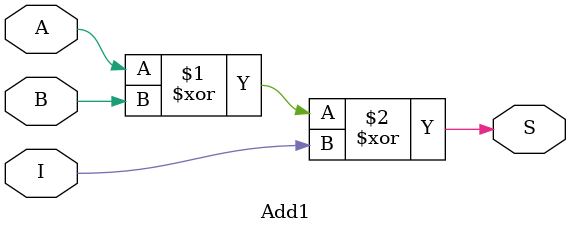
<source format=v>
/*
 * Add1.v
 *
 * "1-bit adder"
 */
module Add1 (
	// Adder Operands.
	input         A,
	input         B,
	
	// Carry Connections.
	input         I,
	
	// Computed Result.
	output        S
);

////////////////////////////////////////////////////////////////////////////////
// -- Connections/Comb Logic -- //
////////////////////////////////////////////////////////////////////////////////

//------------------------------------------------------------------------------
// Drive half adder output.
assign S = A ^ B ^ I;

endmodule

</source>
